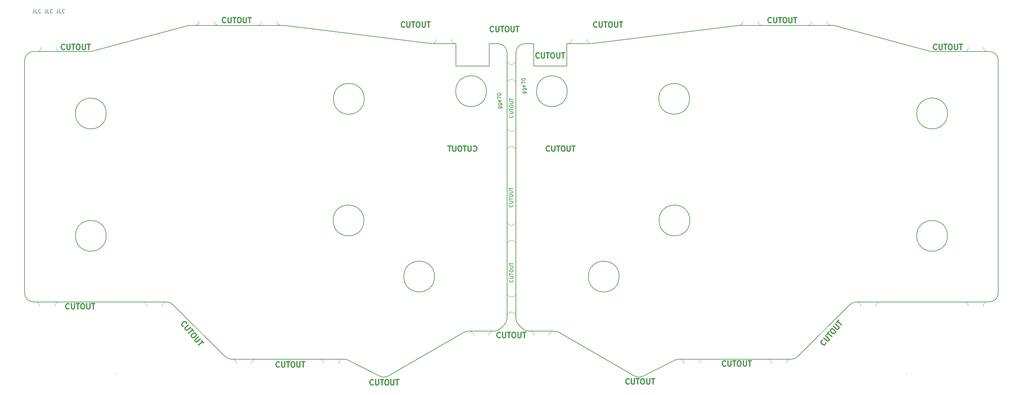
<source format=gbr>
G04 #@! TF.GenerationSoftware,KiCad,Pcbnew,(5.99.0-8557-g8988e46ab1)*
G04 #@! TF.CreationDate,2021-02-20T09:12:51-07:00*
G04 #@! TF.ProjectId,BlueSof_R3_Panel,426c7565-536f-4665-9f52-335f50616e65,rev?*
G04 #@! TF.SameCoordinates,PX85099e0PY51bada0*
G04 #@! TF.FileFunction,Other,Comment*
%FSLAX46Y46*%
G04 Gerber Fmt 4.6, Leading zero omitted, Abs format (unit mm)*
G04 Created by KiCad (PCBNEW (5.99.0-8557-g8988e46ab1)) date 2021-02-20 09:12:51*
%MOMM*%
%LPD*%
G01*
G04 APERTURE LIST*
%ADD10C,0.150000*%
%ADD11C,0.100000*%
%ADD12C,0.300000*%
%ADD13C,0.200000*%
%ADD14C,0.120000*%
G04 APERTURE END LIST*
D10*
X-83366352Y-33375551D02*
G75*
G03*
X-85128672Y-32648749I-1762320J-1773198D01*
G01*
X16176681Y-40825990D02*
G75*
G02*
X14481308Y-40163301I0J2500000D01*
G01*
X147353082Y-30148749D02*
G75*
G02*
X144853082Y-32648749I-2500000J0D01*
G01*
X-52188028Y44632579D02*
G75*
G03*
X-52493003Y44651251I-304975J-2481328D01*
G01*
D11*
X-99217443Y-52626198D02*
X-99068323Y-52636198D01*
D10*
X17528082Y39551251D02*
X15038606Y39551251D01*
X145264079Y37317236D02*
X128853082Y37351251D01*
X10038606Y37051251D02*
G75*
G03*
X7538606Y39551251I-2500000J0D01*
G01*
X101053077Y44651251D02*
X75070215Y44651252D01*
X91307376Y-47921946D02*
X105943564Y-33375551D01*
X58060128Y-48648748D02*
X89545057Y-48648748D01*
X6400532Y-40825990D02*
X-764654Y-40825990D01*
X-10692402Y39551251D02*
X-4200870Y39551251D01*
X-52188028Y44632580D02*
X-10997377Y39569922D01*
X24591866Y-41160926D02*
X45657393Y-53323113D01*
X-124775870Y-30148749D02*
G75*
G03*
X-122275870Y-32648749I2500000J0D01*
G01*
X147353082Y-30148749D02*
X147353082Y34851251D01*
X128558908Y37380380D02*
G75*
G03*
X128853082Y37351251I294174J1470871D01*
G01*
X17528082Y33251251D02*
X17528082Y39551251D01*
X-4200870Y33251251D02*
X5049130Y33251251D01*
X145264079Y37317236D02*
G75*
G02*
X147353082Y34851251I-410997J-2465985D01*
G01*
X13343233Y-39113146D02*
X14481308Y-40163300D01*
X91307376Y-47921946D02*
G75*
G02*
X89545057Y-48648748I-1762319J1773198D01*
G01*
X-124775870Y-30148749D02*
X-124775870Y34851251D01*
X-35482916Y-48648748D02*
X-66967845Y-48648748D01*
X-68730164Y-47921946D02*
X-83366352Y-33375551D01*
X12538606Y-37275836D02*
X12538606Y37051251D01*
X-122686867Y37317236D02*
X-106186867Y37317236D01*
X128558908Y37380380D02*
X101464075Y44617235D01*
X-25452845Y-53391797D02*
X-34360251Y-48915001D01*
X26778082Y33251251D02*
X17528082Y33251251D01*
X12538606Y37051251D02*
G75*
G02*
X15038606Y39551251I2500000J0D01*
G01*
X-78475866Y44651251D02*
G75*
G03*
X-78886863Y44617236I0J-2500000D01*
G01*
D11*
X121794655Y-52626198D02*
X121645535Y-52636198D01*
D10*
X48030057Y-53391797D02*
X56937463Y-48915001D01*
X9233979Y-39113147D02*
G75*
G03*
X10038606Y-37275836I-1695373J1837311D01*
G01*
X16176680Y-40825990D02*
X23341866Y-40825990D01*
X-2014654Y-41160926D02*
X-23080181Y-53323113D01*
X74765240Y44632580D02*
X33574589Y39569922D01*
X9233979Y-39113146D02*
X8095904Y-40163300D01*
X-4200870Y39551251D02*
X-4200870Y33251251D01*
X13343233Y-39113147D02*
G75*
G02*
X12538606Y-37275836I1695373J1837311D01*
G01*
X5049130Y39551251D02*
X7538606Y39551251D01*
X10038606Y-37275836D02*
X10038606Y37051251D01*
X5049130Y33251251D02*
X5049130Y39551251D01*
X-764654Y-40825990D02*
G75*
G03*
X-2014654Y-41160926I-1J-2500000D01*
G01*
X-105543747Y37495370D02*
G75*
G02*
X-106186867Y37317236I-643120J1071867D01*
G01*
X-25452845Y-53391797D02*
G75*
G03*
X-23080181Y-53323113I1122664J2233747D01*
G01*
X-122686867Y37317236D02*
G75*
G03*
X-124775870Y34851251I410997J-2465985D01*
G01*
X26778082Y39551251D02*
X26778082Y33251251D01*
X101053078Y44651251D02*
G75*
G02*
X101464075Y44617236I0J-2500000D01*
G01*
X33269614Y39551251D02*
X26778082Y39551251D01*
X56937463Y-48915002D02*
G75*
G02*
X58060128Y-48648748I1122665J-2233747D01*
G01*
X-68730164Y-47921946D02*
G75*
G03*
X-66967845Y-48648748I1762319J1773198D01*
G01*
X-34360251Y-48915002D02*
G75*
G03*
X-35482916Y-48648748I-1122665J-2233747D01*
G01*
X23341866Y-40825990D02*
G75*
G02*
X24591866Y-41160926I1J-2500000D01*
G01*
X-78475865Y44651251D02*
X-52493003Y44651252D01*
X6400531Y-40825990D02*
G75*
G03*
X8095904Y-40163301I0J2500000D01*
G01*
X-105543747Y37495370D02*
X-78886863Y44617236D01*
X105943564Y-33375551D02*
G75*
G02*
X107705884Y-32648749I1762320J-1773198D01*
G01*
X-85128672Y-32648749D02*
X-122275870Y-32648749D01*
X107705884Y-32648749D02*
X144853082Y-32648749D01*
X74765240Y44632579D02*
G75*
G02*
X75070215Y44651251I304975J-2481328D01*
G01*
X48030057Y-53391797D02*
G75*
G02*
X45657393Y-53323113I-1122664J2233747D01*
G01*
D12*
X99159061Y-44119842D02*
X99167865Y-44220473D01*
X99084842Y-44430539D01*
X98993015Y-44539974D01*
X98800558Y-44658213D01*
X98599296Y-44675821D01*
X98443948Y-44638711D01*
X98179164Y-44509775D01*
X98015012Y-44372035D01*
X97842056Y-44133664D01*
X97778534Y-43987120D01*
X97760926Y-43785858D01*
X97843949Y-43575792D01*
X97935776Y-43466357D01*
X98128233Y-43348118D01*
X98228864Y-43339314D01*
X98532650Y-42755030D02*
X99462847Y-43535558D01*
X99618195Y-43572667D01*
X99718826Y-43563863D01*
X99865370Y-43500342D01*
X100049024Y-43281472D01*
X100086133Y-43126124D01*
X100077329Y-43025493D01*
X100013807Y-42878949D01*
X99083611Y-42098421D01*
X99405004Y-41715399D02*
X99955965Y-41058789D01*
X100829551Y-42351275D02*
X99680485Y-41387094D01*
X100461013Y-40456897D02*
X100644666Y-40238027D01*
X100791210Y-40174506D01*
X100992472Y-40156898D01*
X101257255Y-40285834D01*
X101640278Y-40607227D01*
X101813234Y-40845599D01*
X101830842Y-41046860D01*
X101793733Y-41202209D01*
X101610079Y-41421078D01*
X101463535Y-41484600D01*
X101262273Y-41502208D01*
X100997490Y-41373272D01*
X100614468Y-41051878D01*
X100441511Y-40813507D01*
X100423903Y-40612245D01*
X100461013Y-40456897D01*
X101287454Y-39471983D02*
X102217651Y-40252511D01*
X102372999Y-40289620D01*
X102473630Y-40280816D01*
X102620174Y-40217294D01*
X102803828Y-39998424D01*
X102840937Y-39843076D01*
X102832133Y-39742445D01*
X102768611Y-39595901D01*
X101838415Y-38815373D01*
X102159808Y-38432351D02*
X102710769Y-37775741D01*
X103584356Y-39068228D02*
X102435289Y-38104046D01*
X35164285Y44264286D02*
X35092857Y44192858D01*
X34878571Y44121429D01*
X34735714Y44121429D01*
X34521428Y44192858D01*
X34378571Y44335715D01*
X34307142Y44478572D01*
X34235714Y44764286D01*
X34235714Y44978572D01*
X34307142Y45264286D01*
X34378571Y45407143D01*
X34521428Y45550000D01*
X34735714Y45621429D01*
X34878571Y45621429D01*
X35092857Y45550000D01*
X35164285Y45478572D01*
X35807142Y45621429D02*
X35807142Y44407143D01*
X35878571Y44264286D01*
X35950000Y44192858D01*
X36092857Y44121429D01*
X36378571Y44121429D01*
X36521428Y44192858D01*
X36592857Y44264286D01*
X36664285Y44407143D01*
X36664285Y45621429D01*
X37164285Y45621429D02*
X38021428Y45621429D01*
X37592857Y44121429D02*
X37592857Y45621429D01*
X38807142Y45621429D02*
X39092857Y45621429D01*
X39235714Y45550000D01*
X39378571Y45407143D01*
X39450000Y45121429D01*
X39450000Y44621429D01*
X39378571Y44335715D01*
X39235714Y44192858D01*
X39092857Y44121429D01*
X38807142Y44121429D01*
X38664285Y44192858D01*
X38521428Y44335715D01*
X38450000Y44621429D01*
X38450000Y45121429D01*
X38521428Y45407143D01*
X38664285Y45550000D01*
X38807142Y45621429D01*
X40092857Y45621429D02*
X40092857Y44407143D01*
X40164285Y44264286D01*
X40235714Y44192858D01*
X40378571Y44121429D01*
X40664285Y44121429D01*
X40807142Y44192858D01*
X40878571Y44264286D01*
X40950000Y44407143D01*
X40950000Y45621429D01*
X41450000Y45621429D02*
X42307142Y45621429D01*
X41878571Y44121429D02*
X41878571Y45621429D01*
X659844Y9615537D02*
X731272Y9544109D01*
X945558Y9472680D01*
X1088415Y9472680D01*
X1302701Y9544109D01*
X1445558Y9686966D01*
X1516987Y9829823D01*
X1588415Y10115537D01*
X1588415Y10329823D01*
X1516987Y10615537D01*
X1445558Y10758394D01*
X1302701Y10901251D01*
X1088415Y10972680D01*
X945558Y10972680D01*
X731272Y10901251D01*
X659844Y10829823D01*
X16987Y10972680D02*
X16987Y9758394D01*
X-54442Y9615537D01*
X-125870Y9544109D01*
X-268728Y9472680D01*
X-554442Y9472680D01*
X-697299Y9544109D01*
X-768728Y9615537D01*
X-840156Y9758394D01*
X-840156Y10972680D01*
X-1340156Y10972680D02*
X-2197299Y10972680D01*
X-1768728Y9472680D02*
X-1768728Y10972680D01*
X-2983013Y10972680D02*
X-3268728Y10972680D01*
X-3411585Y10901251D01*
X-3554442Y10758394D01*
X-3625870Y10472680D01*
X-3625870Y9972680D01*
X-3554442Y9686966D01*
X-3411585Y9544109D01*
X-3268728Y9472680D01*
X-2983013Y9472680D01*
X-2840156Y9544109D01*
X-2697299Y9686966D01*
X-2625870Y9972680D01*
X-2625870Y10472680D01*
X-2697299Y10758394D01*
X-2840156Y10901251D01*
X-2983013Y10972680D01*
X-4268728Y10972680D02*
X-4268728Y9758394D01*
X-4340156Y9615537D01*
X-4411585Y9544109D01*
X-4554442Y9472680D01*
X-4840156Y9472680D01*
X-4983013Y9544109D01*
X-5054442Y9615537D01*
X-5125870Y9758394D01*
X-5125870Y10972680D01*
X-5625870Y10972680D02*
X-6483013Y10972680D01*
X-6054442Y9472680D02*
X-6054442Y10972680D01*
X71164285Y-50485714D02*
X71092857Y-50557142D01*
X70878571Y-50628571D01*
X70735714Y-50628571D01*
X70521428Y-50557142D01*
X70378571Y-50414285D01*
X70307142Y-50271428D01*
X70235714Y-49985714D01*
X70235714Y-49771428D01*
X70307142Y-49485714D01*
X70378571Y-49342857D01*
X70521428Y-49200000D01*
X70735714Y-49128571D01*
X70878571Y-49128571D01*
X71092857Y-49200000D01*
X71164285Y-49271428D01*
X71807142Y-49128571D02*
X71807142Y-50342857D01*
X71878571Y-50485714D01*
X71950000Y-50557142D01*
X72092857Y-50628571D01*
X72378571Y-50628571D01*
X72521428Y-50557142D01*
X72592857Y-50485714D01*
X72664285Y-50342857D01*
X72664285Y-49128571D01*
X73164285Y-49128571D02*
X74021428Y-49128571D01*
X73592857Y-50628571D02*
X73592857Y-49128571D01*
X74807142Y-49128571D02*
X75092857Y-49128571D01*
X75235714Y-49200000D01*
X75378571Y-49342857D01*
X75450000Y-49628571D01*
X75450000Y-50128571D01*
X75378571Y-50414285D01*
X75235714Y-50557142D01*
X75092857Y-50628571D01*
X74807142Y-50628571D01*
X74664285Y-50557142D01*
X74521428Y-50414285D01*
X74450000Y-50128571D01*
X74450000Y-49628571D01*
X74521428Y-49342857D01*
X74664285Y-49200000D01*
X74807142Y-49128571D01*
X76092857Y-49128571D02*
X76092857Y-50342857D01*
X76164285Y-50485714D01*
X76235714Y-50557142D01*
X76378571Y-50628571D01*
X76664285Y-50628571D01*
X76807142Y-50557142D01*
X76878571Y-50485714D01*
X76950000Y-50342857D01*
X76950000Y-49128571D01*
X77450000Y-49128571D02*
X78307142Y-49128571D01*
X77878571Y-50628571D02*
X77878571Y-49128571D01*
X8164285Y-42485714D02*
X8092857Y-42557142D01*
X7878571Y-42628571D01*
X7735714Y-42628571D01*
X7521428Y-42557142D01*
X7378571Y-42414285D01*
X7307142Y-42271428D01*
X7235714Y-41985714D01*
X7235714Y-41771428D01*
X7307142Y-41485714D01*
X7378571Y-41342857D01*
X7521428Y-41200000D01*
X7735714Y-41128571D01*
X7878571Y-41128571D01*
X8092857Y-41200000D01*
X8164285Y-41271428D01*
X8807142Y-41128571D02*
X8807142Y-42342857D01*
X8878571Y-42485714D01*
X8950000Y-42557142D01*
X9092857Y-42628571D01*
X9378571Y-42628571D01*
X9521428Y-42557142D01*
X9592857Y-42485714D01*
X9664285Y-42342857D01*
X9664285Y-41128571D01*
X10164285Y-41128571D02*
X11021428Y-41128571D01*
X10592857Y-42628571D02*
X10592857Y-41128571D01*
X11807142Y-41128571D02*
X12092857Y-41128571D01*
X12235714Y-41200000D01*
X12378571Y-41342857D01*
X12450000Y-41628571D01*
X12450000Y-42128571D01*
X12378571Y-42414285D01*
X12235714Y-42557142D01*
X12092857Y-42628571D01*
X11807142Y-42628571D01*
X11664285Y-42557142D01*
X11521428Y-42414285D01*
X11450000Y-42128571D01*
X11450000Y-41628571D01*
X11521428Y-41342857D01*
X11664285Y-41200000D01*
X11807142Y-41128571D01*
X13092857Y-41128571D02*
X13092857Y-42342857D01*
X13164285Y-42485714D01*
X13235714Y-42557142D01*
X13378571Y-42628571D01*
X13664285Y-42628571D01*
X13807142Y-42557142D01*
X13878571Y-42485714D01*
X13950000Y-42342857D01*
X13950000Y-41128571D01*
X14450000Y-41128571D02*
X15307142Y-41128571D01*
X14878571Y-42628571D02*
X14878571Y-41128571D01*
X19017367Y35665537D02*
X18945939Y35594109D01*
X18731653Y35522680D01*
X18588796Y35522680D01*
X18374510Y35594109D01*
X18231653Y35736966D01*
X18160224Y35879823D01*
X18088796Y36165537D01*
X18088796Y36379823D01*
X18160224Y36665537D01*
X18231653Y36808394D01*
X18374510Y36951251D01*
X18588796Y37022680D01*
X18731653Y37022680D01*
X18945939Y36951251D01*
X19017367Y36879823D01*
X19660224Y37022680D02*
X19660224Y35808394D01*
X19731653Y35665537D01*
X19803082Y35594109D01*
X19945939Y35522680D01*
X20231653Y35522680D01*
X20374510Y35594109D01*
X20445939Y35665537D01*
X20517367Y35808394D01*
X20517367Y37022680D01*
X21017367Y37022680D02*
X21874510Y37022680D01*
X21445939Y35522680D02*
X21445939Y37022680D01*
X22660224Y37022680D02*
X22945939Y37022680D01*
X23088796Y36951251D01*
X23231653Y36808394D01*
X23303082Y36522680D01*
X23303082Y36022680D01*
X23231653Y35736966D01*
X23088796Y35594109D01*
X22945939Y35522680D01*
X22660224Y35522680D01*
X22517367Y35594109D01*
X22374510Y35736966D01*
X22303082Y36022680D01*
X22303082Y36522680D01*
X22374510Y36808394D01*
X22517367Y36951251D01*
X22660224Y37022680D01*
X23945939Y37022680D02*
X23945939Y35808394D01*
X24017367Y35665537D01*
X24088796Y35594109D01*
X24231653Y35522680D01*
X24517367Y35522680D01*
X24660224Y35594109D01*
X24731653Y35665537D01*
X24803082Y35808394D01*
X24803082Y37022680D01*
X25303082Y37022680D02*
X26160224Y37022680D01*
X25731653Y35522680D02*
X25731653Y37022680D01*
D13*
X11557142Y-5473809D02*
X11604761Y-5521428D01*
X11652380Y-5664285D01*
X11652380Y-5759523D01*
X11604761Y-5902380D01*
X11509523Y-5997619D01*
X11414285Y-6045238D01*
X11223809Y-6092857D01*
X11080952Y-6092857D01*
X10890476Y-6045238D01*
X10795238Y-5997619D01*
X10700000Y-5902380D01*
X10652380Y-5759523D01*
X10652380Y-5664285D01*
X10700000Y-5521428D01*
X10747619Y-5473809D01*
X10652380Y-5045238D02*
X11461904Y-5045238D01*
X11557142Y-4997619D01*
X11604761Y-4950000D01*
X11652380Y-4854761D01*
X11652380Y-4664285D01*
X11604761Y-4569047D01*
X11557142Y-4521428D01*
X11461904Y-4473809D01*
X10652380Y-4473809D01*
X10652380Y-4140476D02*
X10652380Y-3569047D01*
X11652380Y-3854761D02*
X10652380Y-3854761D01*
X10652380Y-3045238D02*
X10652380Y-2854761D01*
X10700000Y-2759523D01*
X10795238Y-2664285D01*
X10985714Y-2616666D01*
X11319047Y-2616666D01*
X11509523Y-2664285D01*
X11604761Y-2759523D01*
X11652380Y-2854761D01*
X11652380Y-3045238D01*
X11604761Y-3140476D01*
X11509523Y-3235714D01*
X11319047Y-3283333D01*
X10985714Y-3283333D01*
X10795238Y-3235714D01*
X10700000Y-3140476D01*
X10652380Y-3045238D01*
X10652380Y-2188095D02*
X11461904Y-2188095D01*
X11557142Y-2140476D01*
X11604761Y-2092857D01*
X11652380Y-1997619D01*
X11652380Y-1807142D01*
X11604761Y-1711904D01*
X11557142Y-1664285D01*
X11461904Y-1616666D01*
X10652380Y-1616666D01*
X10652380Y-1283333D02*
X10652380Y-711904D01*
X11652380Y-997619D02*
X10652380Y-997619D01*
D12*
X44164285Y-55485714D02*
X44092857Y-55557142D01*
X43878571Y-55628571D01*
X43735714Y-55628571D01*
X43521428Y-55557142D01*
X43378571Y-55414285D01*
X43307142Y-55271428D01*
X43235714Y-54985714D01*
X43235714Y-54771428D01*
X43307142Y-54485714D01*
X43378571Y-54342857D01*
X43521428Y-54200000D01*
X43735714Y-54128571D01*
X43878571Y-54128571D01*
X44092857Y-54200000D01*
X44164285Y-54271428D01*
X44807142Y-54128571D02*
X44807142Y-55342857D01*
X44878571Y-55485714D01*
X44950000Y-55557142D01*
X45092857Y-55628571D01*
X45378571Y-55628571D01*
X45521428Y-55557142D01*
X45592857Y-55485714D01*
X45664285Y-55342857D01*
X45664285Y-54128571D01*
X46164285Y-54128571D02*
X47021428Y-54128571D01*
X46592857Y-55628571D02*
X46592857Y-54128571D01*
X47807142Y-54128571D02*
X48092857Y-54128571D01*
X48235714Y-54200000D01*
X48378571Y-54342857D01*
X48450000Y-54628571D01*
X48450000Y-55128571D01*
X48378571Y-55414285D01*
X48235714Y-55557142D01*
X48092857Y-55628571D01*
X47807142Y-55628571D01*
X47664285Y-55557142D01*
X47521428Y-55414285D01*
X47450000Y-55128571D01*
X47450000Y-54628571D01*
X47521428Y-54342857D01*
X47664285Y-54200000D01*
X47807142Y-54128571D01*
X49092857Y-54128571D02*
X49092857Y-55342857D01*
X49164285Y-55485714D01*
X49235714Y-55557142D01*
X49378571Y-55628571D01*
X49664285Y-55628571D01*
X49807142Y-55557142D01*
X49878571Y-55485714D01*
X49950000Y-55342857D01*
X49950000Y-54128571D01*
X50450000Y-54128571D02*
X51307142Y-54128571D01*
X50878571Y-55628571D02*
X50878571Y-54128571D01*
X-113585715Y38014286D02*
X-113657143Y37942858D01*
X-113871429Y37871429D01*
X-114014286Y37871429D01*
X-114228572Y37942858D01*
X-114371429Y38085715D01*
X-114442858Y38228572D01*
X-114514286Y38514286D01*
X-114514286Y38728572D01*
X-114442858Y39014286D01*
X-114371429Y39157143D01*
X-114228572Y39300000D01*
X-114014286Y39371429D01*
X-113871429Y39371429D01*
X-113657143Y39300000D01*
X-113585715Y39228572D01*
X-112942858Y39371429D02*
X-112942858Y38157143D01*
X-112871429Y38014286D01*
X-112800000Y37942858D01*
X-112657143Y37871429D01*
X-112371429Y37871429D01*
X-112228572Y37942858D01*
X-112157143Y38014286D01*
X-112085715Y38157143D01*
X-112085715Y39371429D01*
X-111585715Y39371429D02*
X-110728572Y39371429D01*
X-111157143Y37871429D02*
X-111157143Y39371429D01*
X-109942858Y39371429D02*
X-109657143Y39371429D01*
X-109514286Y39300000D01*
X-109371429Y39157143D01*
X-109300000Y38871429D01*
X-109300000Y38371429D01*
X-109371429Y38085715D01*
X-109514286Y37942858D01*
X-109657143Y37871429D01*
X-109942858Y37871429D01*
X-110085715Y37942858D01*
X-110228572Y38085715D01*
X-110300000Y38371429D01*
X-110300000Y38871429D01*
X-110228572Y39157143D01*
X-110085715Y39300000D01*
X-109942858Y39371429D01*
X-108657143Y39371429D02*
X-108657143Y38157143D01*
X-108585715Y38014286D01*
X-108514286Y37942858D01*
X-108371429Y37871429D01*
X-108085715Y37871429D01*
X-107942858Y37942858D01*
X-107871429Y38014286D01*
X-107800000Y38157143D01*
X-107800000Y39371429D01*
X-107300000Y39371429D02*
X-106442858Y39371429D01*
X-106871429Y37871429D02*
X-106871429Y39371429D01*
D13*
X11662984Y19526191D02*
X11710603Y19478572D01*
X11758222Y19335715D01*
X11758222Y19240477D01*
X11710603Y19097620D01*
X11615365Y19002381D01*
X11520127Y18954762D01*
X11329651Y18907143D01*
X11186794Y18907143D01*
X10996318Y18954762D01*
X10901080Y19002381D01*
X10805842Y19097620D01*
X10758222Y19240477D01*
X10758222Y19335715D01*
X10805842Y19478572D01*
X10853461Y19526191D01*
X10758222Y19954762D02*
X11567746Y19954762D01*
X11662984Y20002381D01*
X11710603Y20050000D01*
X11758222Y20145239D01*
X11758222Y20335715D01*
X11710603Y20430953D01*
X11662984Y20478572D01*
X11567746Y20526191D01*
X10758222Y20526191D01*
X10758222Y20859524D02*
X10758222Y21430953D01*
X11758222Y21145239D02*
X10758222Y21145239D01*
X10758222Y21954762D02*
X10758222Y22145239D01*
X10805842Y22240477D01*
X10901080Y22335715D01*
X11091556Y22383334D01*
X11424889Y22383334D01*
X11615365Y22335715D01*
X11710603Y22240477D01*
X11758222Y22145239D01*
X11758222Y21954762D01*
X11710603Y21859524D01*
X11615365Y21764286D01*
X11424889Y21716667D01*
X11091556Y21716667D01*
X10901080Y21764286D01*
X10805842Y21859524D01*
X10758222Y21954762D01*
X10758222Y22811905D02*
X11567746Y22811905D01*
X11662984Y22859524D01*
X11710603Y22907143D01*
X11758222Y23002381D01*
X11758222Y23192858D01*
X11710603Y23288096D01*
X11662984Y23335715D01*
X11567746Y23383334D01*
X10758222Y23383334D01*
X10758222Y23716667D02*
X10758222Y24288096D01*
X11758222Y24002381D02*
X10758222Y24002381D01*
X11662984Y-26473809D02*
X11710603Y-26521428D01*
X11758222Y-26664285D01*
X11758222Y-26759523D01*
X11710603Y-26902380D01*
X11615365Y-26997619D01*
X11520127Y-27045238D01*
X11329651Y-27092857D01*
X11186794Y-27092857D01*
X10996318Y-27045238D01*
X10901080Y-26997619D01*
X10805842Y-26902380D01*
X10758222Y-26759523D01*
X10758222Y-26664285D01*
X10805842Y-26521428D01*
X10853461Y-26473809D01*
X10758222Y-26045238D02*
X11567746Y-26045238D01*
X11662984Y-25997619D01*
X11710603Y-25950000D01*
X11758222Y-25854761D01*
X11758222Y-25664285D01*
X11710603Y-25569047D01*
X11662984Y-25521428D01*
X11567746Y-25473809D01*
X10758222Y-25473809D01*
X10758222Y-25140476D02*
X10758222Y-24569047D01*
X11758222Y-24854761D02*
X10758222Y-24854761D01*
X10758222Y-24045238D02*
X10758222Y-23854761D01*
X10805842Y-23759523D01*
X10901080Y-23664285D01*
X11091556Y-23616666D01*
X11424889Y-23616666D01*
X11615365Y-23664285D01*
X11710603Y-23759523D01*
X11758222Y-23854761D01*
X11758222Y-24045238D01*
X11710603Y-24140476D01*
X11615365Y-24235714D01*
X11424889Y-24283333D01*
X11091556Y-24283333D01*
X10901080Y-24235714D01*
X10805842Y-24140476D01*
X10758222Y-24045238D01*
X10758222Y-23188095D02*
X11567746Y-23188095D01*
X11662984Y-23140476D01*
X11710603Y-23092857D01*
X11758222Y-22997619D01*
X11758222Y-22807142D01*
X11710603Y-22711904D01*
X11662984Y-22664285D01*
X11567746Y-22616666D01*
X10758222Y-22616666D01*
X10758222Y-22283333D02*
X10758222Y-21711904D01*
X11758222Y-21997619D02*
X10758222Y-21997619D01*
D12*
X-80411701Y-39468858D02*
X-80512332Y-39460054D01*
X-80704790Y-39341815D01*
X-80796616Y-39232380D01*
X-80879639Y-39022314D01*
X-80862031Y-38821052D01*
X-80798509Y-38674508D01*
X-80625553Y-38436137D01*
X-80461401Y-38298397D01*
X-80196617Y-38169461D01*
X-80041269Y-38132351D01*
X-79840007Y-38149960D01*
X-79647550Y-38268199D01*
X-79555723Y-38377633D01*
X-79472700Y-38587699D01*
X-79481504Y-38688330D01*
X-78958849Y-39088960D02*
X-79889045Y-39869488D01*
X-79952567Y-40016033D01*
X-79961371Y-40116663D01*
X-79924262Y-40272012D01*
X-79740608Y-40490882D01*
X-79594064Y-40554403D01*
X-79493433Y-40563207D01*
X-79338085Y-40526098D01*
X-78407888Y-39745570D01*
X-78086494Y-40128592D02*
X-77535533Y-40785202D01*
X-78960080Y-41421078D02*
X-77811014Y-40456897D01*
X-77030486Y-41387094D02*
X-76846832Y-41605964D01*
X-76809723Y-41761312D01*
X-76827331Y-41962574D01*
X-77000287Y-42200945D01*
X-77383310Y-42522339D01*
X-77648093Y-42651275D01*
X-77849355Y-42633667D01*
X-77995899Y-42570145D01*
X-78179552Y-42351275D01*
X-78216662Y-42195927D01*
X-78199054Y-41994665D01*
X-78026097Y-41756294D01*
X-77643075Y-41434900D01*
X-77378292Y-41305964D01*
X-77177030Y-41323572D01*
X-77030486Y-41387094D01*
X-76204045Y-42372008D02*
X-77134241Y-43152536D01*
X-77197763Y-43299080D01*
X-77206567Y-43399711D01*
X-77169458Y-43555059D01*
X-76985804Y-43773929D01*
X-76839260Y-43837451D01*
X-76738629Y-43846255D01*
X-76583281Y-43809145D01*
X-75653084Y-43028618D01*
X-75331690Y-43411640D02*
X-74780729Y-44068249D01*
X-76205276Y-44704126D02*
X-75056210Y-43739945D01*
X130164285Y38014286D02*
X130092857Y37942858D01*
X129878571Y37871429D01*
X129735714Y37871429D01*
X129521428Y37942858D01*
X129378571Y38085715D01*
X129307142Y38228572D01*
X129235714Y38514286D01*
X129235714Y38728572D01*
X129307142Y39014286D01*
X129378571Y39157143D01*
X129521428Y39300000D01*
X129735714Y39371429D01*
X129878571Y39371429D01*
X130092857Y39300000D01*
X130164285Y39228572D01*
X130807142Y39371429D02*
X130807142Y38157143D01*
X130878571Y38014286D01*
X130950000Y37942858D01*
X131092857Y37871429D01*
X131378571Y37871429D01*
X131521428Y37942858D01*
X131592857Y38014286D01*
X131664285Y38157143D01*
X131664285Y39371429D01*
X132164285Y39371429D02*
X133021428Y39371429D01*
X132592857Y37871429D02*
X132592857Y39371429D01*
X133807142Y39371429D02*
X134092857Y39371429D01*
X134235714Y39300000D01*
X134378571Y39157143D01*
X134450000Y38871429D01*
X134450000Y38371429D01*
X134378571Y38085715D01*
X134235714Y37942858D01*
X134092857Y37871429D01*
X133807142Y37871429D01*
X133664285Y37942858D01*
X133521428Y38085715D01*
X133450000Y38371429D01*
X133450000Y38871429D01*
X133521428Y39157143D01*
X133664285Y39300000D01*
X133807142Y39371429D01*
X135092857Y39371429D02*
X135092857Y38157143D01*
X135164285Y38014286D01*
X135235714Y37942858D01*
X135378571Y37871429D01*
X135664285Y37871429D01*
X135807142Y37942858D01*
X135878571Y38014286D01*
X135950000Y38157143D01*
X135950000Y39371429D01*
X136450000Y39371429D02*
X137307142Y39371429D01*
X136878571Y37871429D02*
X136878571Y39371429D01*
X-18585715Y44264286D02*
X-18657143Y44192858D01*
X-18871429Y44121429D01*
X-19014286Y44121429D01*
X-19228572Y44192858D01*
X-19371429Y44335715D01*
X-19442858Y44478572D01*
X-19514286Y44764286D01*
X-19514286Y44978572D01*
X-19442858Y45264286D01*
X-19371429Y45407143D01*
X-19228572Y45550000D01*
X-19014286Y45621429D01*
X-18871429Y45621429D01*
X-18657143Y45550000D01*
X-18585715Y45478572D01*
X-17942858Y45621429D02*
X-17942858Y44407143D01*
X-17871429Y44264286D01*
X-17800000Y44192858D01*
X-17657143Y44121429D01*
X-17371429Y44121429D01*
X-17228572Y44192858D01*
X-17157143Y44264286D01*
X-17085715Y44407143D01*
X-17085715Y45621429D01*
X-16585715Y45621429D02*
X-15728572Y45621429D01*
X-16157143Y44121429D02*
X-16157143Y45621429D01*
X-14942858Y45621429D02*
X-14657143Y45621429D01*
X-14514286Y45550000D01*
X-14371429Y45407143D01*
X-14300000Y45121429D01*
X-14300000Y44621429D01*
X-14371429Y44335715D01*
X-14514286Y44192858D01*
X-14657143Y44121429D01*
X-14942858Y44121429D01*
X-15085715Y44192858D01*
X-15228572Y44335715D01*
X-15300000Y44621429D01*
X-15300000Y45121429D01*
X-15228572Y45407143D01*
X-15085715Y45550000D01*
X-14942858Y45621429D01*
X-13657143Y45621429D02*
X-13657143Y44407143D01*
X-13585715Y44264286D01*
X-13514286Y44192858D01*
X-13371429Y44121429D01*
X-13085715Y44121429D01*
X-12942858Y44192858D01*
X-12871429Y44264286D01*
X-12800000Y44407143D01*
X-12800000Y45621429D01*
X-12300000Y45621429D02*
X-11442858Y45621429D01*
X-11871429Y44121429D02*
X-11871429Y45621429D01*
X-27335715Y-55735714D02*
X-27407143Y-55807142D01*
X-27621429Y-55878571D01*
X-27764286Y-55878571D01*
X-27978572Y-55807142D01*
X-28121429Y-55664285D01*
X-28192858Y-55521428D01*
X-28264286Y-55235714D01*
X-28264286Y-55021428D01*
X-28192858Y-54735714D01*
X-28121429Y-54592857D01*
X-27978572Y-54450000D01*
X-27764286Y-54378571D01*
X-27621429Y-54378571D01*
X-27407143Y-54450000D01*
X-27335715Y-54521428D01*
X-26692858Y-54378571D02*
X-26692858Y-55592857D01*
X-26621429Y-55735714D01*
X-26550000Y-55807142D01*
X-26407143Y-55878571D01*
X-26121429Y-55878571D01*
X-25978572Y-55807142D01*
X-25907143Y-55735714D01*
X-25835715Y-55592857D01*
X-25835715Y-54378571D01*
X-25335715Y-54378571D02*
X-24478572Y-54378571D01*
X-24907143Y-55878571D02*
X-24907143Y-54378571D01*
X-23692858Y-54378571D02*
X-23407143Y-54378571D01*
X-23264286Y-54450000D01*
X-23121429Y-54592857D01*
X-23050000Y-54878571D01*
X-23050000Y-55378571D01*
X-23121429Y-55664285D01*
X-23264286Y-55807142D01*
X-23407143Y-55878571D01*
X-23692858Y-55878571D01*
X-23835715Y-55807142D01*
X-23978572Y-55664285D01*
X-24050000Y-55378571D01*
X-24050000Y-54878571D01*
X-23978572Y-54592857D01*
X-23835715Y-54450000D01*
X-23692858Y-54378571D01*
X-22407143Y-54378571D02*
X-22407143Y-55592857D01*
X-22335715Y-55735714D01*
X-22264286Y-55807142D01*
X-22121429Y-55878571D01*
X-21835715Y-55878571D01*
X-21692858Y-55807142D01*
X-21621429Y-55735714D01*
X-21550000Y-55592857D01*
X-21550000Y-54378571D01*
X-21050000Y-54378571D02*
X-20192858Y-54378571D01*
X-20621429Y-55878571D02*
X-20621429Y-54378571D01*
D10*
X-122145239Y49097620D02*
X-122145239Y48383334D01*
X-122192858Y48240477D01*
X-122288096Y48145239D01*
X-122430953Y48097620D01*
X-122526191Y48097620D01*
X-121192858Y48097620D02*
X-121669048Y48097620D01*
X-121669048Y49097620D01*
X-120288096Y48192858D02*
X-120335715Y48145239D01*
X-120478572Y48097620D01*
X-120573810Y48097620D01*
X-120716667Y48145239D01*
X-120811905Y48240477D01*
X-120859524Y48335715D01*
X-120907143Y48526191D01*
X-120907143Y48669048D01*
X-120859524Y48859524D01*
X-120811905Y48954762D01*
X-120716667Y49050000D01*
X-120573810Y49097620D01*
X-120478572Y49097620D01*
X-120335715Y49050000D01*
X-120288096Y49002381D01*
X-118811905Y49097620D02*
X-118811905Y48383334D01*
X-118859524Y48240477D01*
X-118954762Y48145239D01*
X-119097620Y48097620D01*
X-119192858Y48097620D01*
X-117859524Y48097620D02*
X-118335715Y48097620D01*
X-118335715Y49097620D01*
X-116954762Y48192858D02*
X-117002381Y48145239D01*
X-117145239Y48097620D01*
X-117240477Y48097620D01*
X-117383334Y48145239D01*
X-117478572Y48240477D01*
X-117526191Y48335715D01*
X-117573810Y48526191D01*
X-117573810Y48669048D01*
X-117526191Y48859524D01*
X-117478572Y48954762D01*
X-117383334Y49050000D01*
X-117240477Y49097620D01*
X-117145239Y49097620D01*
X-117002381Y49050000D01*
X-116954762Y49002381D01*
X-115478572Y49097620D02*
X-115478572Y48383334D01*
X-115526191Y48240477D01*
X-115621429Y48145239D01*
X-115764286Y48097620D01*
X-115859524Y48097620D01*
X-114526191Y48097620D02*
X-115002381Y48097620D01*
X-115002381Y49097620D01*
X-113621429Y48192858D02*
X-113669048Y48145239D01*
X-113811905Y48097620D01*
X-113907143Y48097620D01*
X-114050000Y48145239D01*
X-114145239Y48240477D01*
X-114192858Y48335715D01*
X-114240477Y48526191D01*
X-114240477Y48669048D01*
X-114192858Y48859524D01*
X-114145239Y48954762D01*
X-114050000Y49050000D01*
X-113907143Y49097620D01*
X-113811905Y49097620D01*
X-113669048Y49050000D01*
X-113621429Y49002381D01*
D12*
X6270658Y43014286D02*
X6199230Y42942858D01*
X5984944Y42871429D01*
X5842087Y42871429D01*
X5627801Y42942858D01*
X5484944Y43085715D01*
X5413515Y43228572D01*
X5342087Y43514286D01*
X5342087Y43728572D01*
X5413515Y44014286D01*
X5484944Y44157143D01*
X5627801Y44300000D01*
X5842087Y44371429D01*
X5984944Y44371429D01*
X6199230Y44300000D01*
X6270658Y44228572D01*
X6913515Y44371429D02*
X6913515Y43157143D01*
X6984944Y43014286D01*
X7056373Y42942858D01*
X7199230Y42871429D01*
X7484944Y42871429D01*
X7627801Y42942858D01*
X7699230Y43014286D01*
X7770658Y43157143D01*
X7770658Y44371429D01*
X8270658Y44371429D02*
X9127801Y44371429D01*
X8699230Y42871429D02*
X8699230Y44371429D01*
X9913515Y44371429D02*
X10199230Y44371429D01*
X10342087Y44300000D01*
X10484944Y44157143D01*
X10556373Y43871429D01*
X10556373Y43371429D01*
X10484944Y43085715D01*
X10342087Y42942858D01*
X10199230Y42871429D01*
X9913515Y42871429D01*
X9770658Y42942858D01*
X9627801Y43085715D01*
X9556373Y43371429D01*
X9556373Y43871429D01*
X9627801Y44157143D01*
X9770658Y44300000D01*
X9913515Y44371429D01*
X11199230Y44371429D02*
X11199230Y43157143D01*
X11270658Y43014286D01*
X11342087Y42942858D01*
X11484944Y42871429D01*
X11770658Y42871429D01*
X11913515Y42942858D01*
X11984944Y43014286D01*
X12056373Y43157143D01*
X12056373Y44371429D01*
X12556373Y44371429D02*
X13413515Y44371429D01*
X12984944Y42871429D02*
X12984944Y44371429D01*
X83914285Y45514286D02*
X83842857Y45442858D01*
X83628571Y45371429D01*
X83485714Y45371429D01*
X83271428Y45442858D01*
X83128571Y45585715D01*
X83057142Y45728572D01*
X82985714Y46014286D01*
X82985714Y46228572D01*
X83057142Y46514286D01*
X83128571Y46657143D01*
X83271428Y46800000D01*
X83485714Y46871429D01*
X83628571Y46871429D01*
X83842857Y46800000D01*
X83914285Y46728572D01*
X84557142Y46871429D02*
X84557142Y45657143D01*
X84628571Y45514286D01*
X84700000Y45442858D01*
X84842857Y45371429D01*
X85128571Y45371429D01*
X85271428Y45442858D01*
X85342857Y45514286D01*
X85414285Y45657143D01*
X85414285Y46871429D01*
X85914285Y46871429D02*
X86771428Y46871429D01*
X86342857Y45371429D02*
X86342857Y46871429D01*
X87557142Y46871429D02*
X87842857Y46871429D01*
X87985714Y46800000D01*
X88128571Y46657143D01*
X88200000Y46371429D01*
X88200000Y45871429D01*
X88128571Y45585715D01*
X87985714Y45442858D01*
X87842857Y45371429D01*
X87557142Y45371429D01*
X87414285Y45442858D01*
X87271428Y45585715D01*
X87200000Y45871429D01*
X87200000Y46371429D01*
X87271428Y46657143D01*
X87414285Y46800000D01*
X87557142Y46871429D01*
X88842857Y46871429D02*
X88842857Y45657143D01*
X88914285Y45514286D01*
X88985714Y45442858D01*
X89128571Y45371429D01*
X89414285Y45371429D01*
X89557142Y45442858D01*
X89628571Y45514286D01*
X89700000Y45657143D01*
X89700000Y46871429D01*
X90200000Y46871429D02*
X91057142Y46871429D01*
X90628571Y45371429D02*
X90628571Y46871429D01*
X-68585715Y45514286D02*
X-68657143Y45442858D01*
X-68871429Y45371429D01*
X-69014286Y45371429D01*
X-69228572Y45442858D01*
X-69371429Y45585715D01*
X-69442858Y45728572D01*
X-69514286Y46014286D01*
X-69514286Y46228572D01*
X-69442858Y46514286D01*
X-69371429Y46657143D01*
X-69228572Y46800000D01*
X-69014286Y46871429D01*
X-68871429Y46871429D01*
X-68657143Y46800000D01*
X-68585715Y46728572D01*
X-67942858Y46871429D02*
X-67942858Y45657143D01*
X-67871429Y45514286D01*
X-67800000Y45442858D01*
X-67657143Y45371429D01*
X-67371429Y45371429D01*
X-67228572Y45442858D01*
X-67157143Y45514286D01*
X-67085715Y45657143D01*
X-67085715Y46871429D01*
X-66585715Y46871429D02*
X-65728572Y46871429D01*
X-66157143Y45371429D02*
X-66157143Y46871429D01*
X-64942858Y46871429D02*
X-64657143Y46871429D01*
X-64514286Y46800000D01*
X-64371429Y46657143D01*
X-64300000Y46371429D01*
X-64300000Y45871429D01*
X-64371429Y45585715D01*
X-64514286Y45442858D01*
X-64657143Y45371429D01*
X-64942858Y45371429D01*
X-65085715Y45442858D01*
X-65228572Y45585715D01*
X-65300000Y45871429D01*
X-65300000Y46371429D01*
X-65228572Y46657143D01*
X-65085715Y46800000D01*
X-64942858Y46871429D01*
X-63657143Y46871429D02*
X-63657143Y45657143D01*
X-63585715Y45514286D01*
X-63514286Y45442858D01*
X-63371429Y45371429D01*
X-63085715Y45371429D01*
X-62942858Y45442858D01*
X-62871429Y45514286D01*
X-62800000Y45657143D01*
X-62800000Y46871429D01*
X-62300000Y46871429D02*
X-61442858Y46871429D01*
X-61871429Y45371429D02*
X-61871429Y46871429D01*
X21917367Y9615537D02*
X21845939Y9544109D01*
X21631653Y9472680D01*
X21488796Y9472680D01*
X21274510Y9544109D01*
X21131653Y9686966D01*
X21060224Y9829823D01*
X20988796Y10115537D01*
X20988796Y10329823D01*
X21060224Y10615537D01*
X21131653Y10758394D01*
X21274510Y10901251D01*
X21488796Y10972680D01*
X21631653Y10972680D01*
X21845939Y10901251D01*
X21917367Y10829823D01*
X22560224Y10972680D02*
X22560224Y9758394D01*
X22631653Y9615537D01*
X22703082Y9544109D01*
X22845939Y9472680D01*
X23131653Y9472680D01*
X23274510Y9544109D01*
X23345939Y9615537D01*
X23417367Y9758394D01*
X23417367Y10972680D01*
X23917367Y10972680D02*
X24774510Y10972680D01*
X24345939Y9472680D02*
X24345939Y10972680D01*
X25560224Y10972680D02*
X25845939Y10972680D01*
X25988796Y10901251D01*
X26131653Y10758394D01*
X26203082Y10472680D01*
X26203082Y9972680D01*
X26131653Y9686966D01*
X25988796Y9544109D01*
X25845939Y9472680D01*
X25560224Y9472680D01*
X25417367Y9544109D01*
X25274510Y9686966D01*
X25203082Y9972680D01*
X25203082Y10472680D01*
X25274510Y10758394D01*
X25417367Y10901251D01*
X25560224Y10972680D01*
X26845939Y10972680D02*
X26845939Y9758394D01*
X26917367Y9615537D01*
X26988796Y9544109D01*
X27131653Y9472680D01*
X27417367Y9472680D01*
X27560224Y9544109D01*
X27631653Y9615537D01*
X27703082Y9758394D01*
X27703082Y10972680D01*
X28203082Y10972680D02*
X29060224Y10972680D01*
X28631653Y9472680D02*
X28631653Y10972680D01*
X-53585715Y-50735714D02*
X-53657143Y-50807142D01*
X-53871429Y-50878571D01*
X-54014286Y-50878571D01*
X-54228572Y-50807142D01*
X-54371429Y-50664285D01*
X-54442858Y-50521428D01*
X-54514286Y-50235714D01*
X-54514286Y-50021428D01*
X-54442858Y-49735714D01*
X-54371429Y-49592857D01*
X-54228572Y-49450000D01*
X-54014286Y-49378571D01*
X-53871429Y-49378571D01*
X-53657143Y-49450000D01*
X-53585715Y-49521428D01*
X-52942858Y-49378571D02*
X-52942858Y-50592857D01*
X-52871429Y-50735714D01*
X-52800000Y-50807142D01*
X-52657143Y-50878571D01*
X-52371429Y-50878571D01*
X-52228572Y-50807142D01*
X-52157143Y-50735714D01*
X-52085715Y-50592857D01*
X-52085715Y-49378571D01*
X-51585715Y-49378571D02*
X-50728572Y-49378571D01*
X-51157143Y-50878571D02*
X-51157143Y-49378571D01*
X-49942858Y-49378571D02*
X-49657143Y-49378571D01*
X-49514286Y-49450000D01*
X-49371429Y-49592857D01*
X-49300000Y-49878571D01*
X-49300000Y-50378571D01*
X-49371429Y-50664285D01*
X-49514286Y-50807142D01*
X-49657143Y-50878571D01*
X-49942858Y-50878571D01*
X-50085715Y-50807142D01*
X-50228572Y-50664285D01*
X-50300000Y-50378571D01*
X-50300000Y-49878571D01*
X-50228572Y-49592857D01*
X-50085715Y-49450000D01*
X-49942858Y-49378571D01*
X-48657143Y-49378571D02*
X-48657143Y-50592857D01*
X-48585715Y-50735714D01*
X-48514286Y-50807142D01*
X-48371429Y-50878571D01*
X-48085715Y-50878571D01*
X-47942858Y-50807142D01*
X-47871429Y-50735714D01*
X-47800000Y-50592857D01*
X-47800000Y-49378571D01*
X-47300000Y-49378571D02*
X-46442858Y-49378571D01*
X-46871429Y-50878571D02*
X-46871429Y-49378571D01*
X-112335715Y-34485714D02*
X-112407143Y-34557142D01*
X-112621429Y-34628571D01*
X-112764286Y-34628571D01*
X-112978572Y-34557142D01*
X-113121429Y-34414285D01*
X-113192858Y-34271428D01*
X-113264286Y-33985714D01*
X-113264286Y-33771428D01*
X-113192858Y-33485714D01*
X-113121429Y-33342857D01*
X-112978572Y-33200000D01*
X-112764286Y-33128571D01*
X-112621429Y-33128571D01*
X-112407143Y-33200000D01*
X-112335715Y-33271428D01*
X-111692858Y-33128571D02*
X-111692858Y-34342857D01*
X-111621429Y-34485714D01*
X-111550000Y-34557142D01*
X-111407143Y-34628571D01*
X-111121429Y-34628571D01*
X-110978572Y-34557142D01*
X-110907143Y-34485714D01*
X-110835715Y-34342857D01*
X-110835715Y-33128571D01*
X-110335715Y-33128571D02*
X-109478572Y-33128571D01*
X-109907143Y-34628571D02*
X-109907143Y-33128571D01*
X-108692858Y-33128571D02*
X-108407143Y-33128571D01*
X-108264286Y-33200000D01*
X-108121429Y-33342857D01*
X-108050000Y-33628571D01*
X-108050000Y-34128571D01*
X-108121429Y-34414285D01*
X-108264286Y-34557142D01*
X-108407143Y-34628571D01*
X-108692858Y-34628571D01*
X-108835715Y-34557142D01*
X-108978572Y-34414285D01*
X-109050000Y-34128571D01*
X-109050000Y-33628571D01*
X-108978572Y-33342857D01*
X-108835715Y-33200000D01*
X-108692858Y-33128571D01*
X-107407143Y-33128571D02*
X-107407143Y-34342857D01*
X-107335715Y-34485714D01*
X-107264286Y-34557142D01*
X-107121429Y-34628571D01*
X-106835715Y-34628571D01*
X-106692858Y-34557142D01*
X-106621429Y-34485714D01*
X-106550000Y-34342857D01*
X-106550000Y-33128571D01*
X-106050000Y-33128571D02*
X-105192858Y-33128571D01*
X-105621429Y-34628571D02*
X-105621429Y-33128571D01*
D11*
X121794655Y-52626198D02*
X121645535Y-52636198D01*
D12*
X21917367Y9615537D02*
X21845939Y9544109D01*
X21631653Y9472680D01*
X21488796Y9472680D01*
X21274510Y9544109D01*
X21131653Y9686966D01*
X21060224Y9829823D01*
X20988796Y10115537D01*
X20988796Y10329823D01*
X21060224Y10615537D01*
X21131653Y10758394D01*
X21274510Y10901251D01*
X21488796Y10972680D01*
X21631653Y10972680D01*
X21845939Y10901251D01*
X21917367Y10829823D01*
X22560224Y10972680D02*
X22560224Y9758394D01*
X22631653Y9615537D01*
X22703082Y9544109D01*
X22845939Y9472680D01*
X23131653Y9472680D01*
X23274510Y9544109D01*
X23345939Y9615537D01*
X23417367Y9758394D01*
X23417367Y10972680D01*
X23917367Y10972680D02*
X24774510Y10972680D01*
X24345939Y9472680D02*
X24345939Y10972680D01*
X25560224Y10972680D02*
X25845939Y10972680D01*
X25988796Y10901251D01*
X26131653Y10758394D01*
X26203082Y10472680D01*
X26203082Y9972680D01*
X26131653Y9686966D01*
X25988796Y9544109D01*
X25845939Y9472680D01*
X25560224Y9472680D01*
X25417367Y9544109D01*
X25274510Y9686966D01*
X25203082Y9972680D01*
X25203082Y10472680D01*
X25274510Y10758394D01*
X25417367Y10901251D01*
X25560224Y10972680D01*
X26845939Y10972680D02*
X26845939Y9758394D01*
X26917367Y9615537D01*
X26988796Y9544109D01*
X27131653Y9472680D01*
X27417367Y9472680D01*
X27560224Y9544109D01*
X27631653Y9615537D01*
X27703082Y9758394D01*
X27703082Y10972680D01*
X28203082Y10972680D02*
X29060224Y10972680D01*
X28631653Y9472680D02*
X28631653Y10972680D01*
X19017367Y35665537D02*
X18945939Y35594109D01*
X18731653Y35522680D01*
X18588796Y35522680D01*
X18374510Y35594109D01*
X18231653Y35736966D01*
X18160224Y35879823D01*
X18088796Y36165537D01*
X18088796Y36379823D01*
X18160224Y36665537D01*
X18231653Y36808394D01*
X18374510Y36951251D01*
X18588796Y37022680D01*
X18731653Y37022680D01*
X18945939Y36951251D01*
X19017367Y36879823D01*
X19660224Y37022680D02*
X19660224Y35808394D01*
X19731653Y35665537D01*
X19803082Y35594109D01*
X19945939Y35522680D01*
X20231653Y35522680D01*
X20374510Y35594109D01*
X20445939Y35665537D01*
X20517367Y35808394D01*
X20517367Y37022680D01*
X21017367Y37022680D02*
X21874510Y37022680D01*
X21445939Y35522680D02*
X21445939Y37022680D01*
X22660224Y37022680D02*
X22945939Y37022680D01*
X23088796Y36951251D01*
X23231653Y36808394D01*
X23303082Y36522680D01*
X23303082Y36022680D01*
X23231653Y35736966D01*
X23088796Y35594109D01*
X22945939Y35522680D01*
X22660224Y35522680D01*
X22517367Y35594109D01*
X22374510Y35736966D01*
X22303082Y36022680D01*
X22303082Y36522680D01*
X22374510Y36808394D01*
X22517367Y36951251D01*
X22660224Y37022680D01*
X23945939Y37022680D02*
X23945939Y35808394D01*
X24017367Y35665537D01*
X24088796Y35594109D01*
X24231653Y35522680D01*
X24517367Y35522680D01*
X24660224Y35594109D01*
X24731653Y35665537D01*
X24803082Y35808394D01*
X24803082Y37022680D01*
X25303082Y37022680D02*
X26160224Y37022680D01*
X25731653Y35522680D02*
X25731653Y37022680D01*
D11*
X-99217443Y-52626198D02*
X-99068323Y-52636198D01*
D12*
X659844Y9615537D02*
X731272Y9544109D01*
X945558Y9472680D01*
X1088415Y9472680D01*
X1302701Y9544109D01*
X1445558Y9686966D01*
X1516987Y9829823D01*
X1588415Y10115537D01*
X1588415Y10329823D01*
X1516987Y10615537D01*
X1445558Y10758394D01*
X1302701Y10901251D01*
X1088415Y10972680D01*
X945558Y10972680D01*
X731272Y10901251D01*
X659844Y10829823D01*
X16987Y10972680D02*
X16987Y9758394D01*
X-54442Y9615537D01*
X-125870Y9544109D01*
X-268728Y9472680D01*
X-554442Y9472680D01*
X-697299Y9544109D01*
X-768728Y9615537D01*
X-840156Y9758394D01*
X-840156Y10972680D01*
X-1340156Y10972680D02*
X-2197299Y10972680D01*
X-1768728Y9472680D02*
X-1768728Y10972680D01*
X-2983013Y10972680D02*
X-3268728Y10972680D01*
X-3411585Y10901251D01*
X-3554442Y10758394D01*
X-3625870Y10472680D01*
X-3625870Y9972680D01*
X-3554442Y9686966D01*
X-3411585Y9544109D01*
X-3268728Y9472680D01*
X-2983013Y9472680D01*
X-2840156Y9544109D01*
X-2697299Y9686966D01*
X-2625870Y9972680D01*
X-2625870Y10472680D01*
X-2697299Y10758394D01*
X-2840156Y10901251D01*
X-2983013Y10972680D01*
X-4268728Y10972680D02*
X-4268728Y9758394D01*
X-4340156Y9615537D01*
X-4411585Y9544109D01*
X-4554442Y9472680D01*
X-4840156Y9472680D01*
X-4983013Y9544109D01*
X-5054442Y9615537D01*
X-5125870Y9758394D01*
X-5125870Y10972680D01*
X-5625870Y10972680D02*
X-6483013Y10972680D01*
X-6054442Y9472680D02*
X-6054442Y10972680D01*
D10*
X14463796Y26132204D02*
X15273320Y26132204D01*
X15368558Y26084585D01*
X15416177Y26036966D01*
X15463796Y25941728D01*
X15463796Y25798871D01*
X15416177Y25703632D01*
X15082843Y26132204D02*
X15130462Y26036966D01*
X15130462Y25846490D01*
X15082843Y25751251D01*
X15035224Y25703632D01*
X14939986Y25656013D01*
X14654272Y25656013D01*
X14559034Y25703632D01*
X14511415Y25751251D01*
X14463796Y25846490D01*
X14463796Y26036966D01*
X14511415Y26132204D01*
X14463796Y27036966D02*
X15273320Y27036966D01*
X15368558Y26989347D01*
X15416177Y26941728D01*
X15463796Y26846490D01*
X15463796Y26703632D01*
X15416177Y26608394D01*
X15082843Y27036966D02*
X15130462Y26941728D01*
X15130462Y26751251D01*
X15082843Y26656013D01*
X15035224Y26608394D01*
X14939986Y26560775D01*
X14654272Y26560775D01*
X14559034Y26608394D01*
X14511415Y26656013D01*
X14463796Y26751251D01*
X14463796Y26941728D01*
X14511415Y27036966D01*
X15082843Y27894109D02*
X15130462Y27798871D01*
X15130462Y27608394D01*
X15082843Y27513156D01*
X14987605Y27465537D01*
X14606653Y27465537D01*
X14511415Y27513156D01*
X14463796Y27608394D01*
X14463796Y27798871D01*
X14511415Y27894109D01*
X14606653Y27941728D01*
X14701891Y27941728D01*
X14797129Y27465537D01*
X14130462Y28275061D02*
X14130462Y28941728D01*
X15130462Y28513156D01*
X14130462Y29513156D02*
X14130462Y29608394D01*
X14178082Y29703632D01*
X14225701Y29751251D01*
X14320939Y29798871D01*
X14511415Y29846490D01*
X14749510Y29846490D01*
X14939986Y29798871D01*
X15035224Y29751251D01*
X15082843Y29703632D01*
X15130462Y29608394D01*
X15130462Y29513156D01*
X15082843Y29417918D01*
X15035224Y29370299D01*
X14939986Y29322680D01*
X14749510Y29275061D01*
X14511415Y29275061D01*
X14320939Y29322680D01*
X14225701Y29370299D01*
X14178082Y29417918D01*
X14130462Y29513156D01*
X7684844Y21932204D02*
X8494368Y21932204D01*
X8589606Y21884585D01*
X8637225Y21836966D01*
X8684844Y21741728D01*
X8684844Y21598871D01*
X8637225Y21503632D01*
X8303891Y21932204D02*
X8351510Y21836966D01*
X8351510Y21646490D01*
X8303891Y21551251D01*
X8256272Y21503632D01*
X8161034Y21456013D01*
X7875320Y21456013D01*
X7780082Y21503632D01*
X7732463Y21551251D01*
X7684844Y21646490D01*
X7684844Y21836966D01*
X7732463Y21932204D01*
X7684844Y22836966D02*
X8494368Y22836966D01*
X8589606Y22789347D01*
X8637225Y22741728D01*
X8684844Y22646490D01*
X8684844Y22503632D01*
X8637225Y22408394D01*
X8303891Y22836966D02*
X8351510Y22741728D01*
X8351510Y22551251D01*
X8303891Y22456013D01*
X8256272Y22408394D01*
X8161034Y22360775D01*
X7875320Y22360775D01*
X7780082Y22408394D01*
X7732463Y22456013D01*
X7684844Y22551251D01*
X7684844Y22741728D01*
X7732463Y22836966D01*
X8303891Y23694109D02*
X8351510Y23598871D01*
X8351510Y23408394D01*
X8303891Y23313156D01*
X8208653Y23265537D01*
X7827701Y23265537D01*
X7732463Y23313156D01*
X7684844Y23408394D01*
X7684844Y23598871D01*
X7732463Y23694109D01*
X7827701Y23741728D01*
X7922939Y23741728D01*
X8018177Y23265537D01*
X7351510Y24075061D02*
X7351510Y24741728D01*
X8351510Y24313156D01*
X7351510Y25313156D02*
X7351510Y25408394D01*
X7399130Y25503632D01*
X7446749Y25551251D01*
X7541987Y25598871D01*
X7732463Y25646490D01*
X7970558Y25646490D01*
X8161034Y25598871D01*
X8256272Y25551251D01*
X8303891Y25503632D01*
X8351510Y25408394D01*
X8351510Y25313156D01*
X8303891Y25217918D01*
X8256272Y25170299D01*
X8161034Y25122680D01*
X7970558Y25075061D01*
X7732463Y25075061D01*
X7541987Y25122680D01*
X7446749Y25170299D01*
X7399130Y25217918D01*
X7351510Y25313156D01*
D14*
X-58475866Y45901251D02*
G75*
G02*
X-59725866Y44651251I-1250000J0D01*
G01*
X-53039945Y44634015D02*
G75*
G02*
X-54289945Y45884015I0J1250000D01*
G01*
X10038606Y-36698749D02*
G75*
G02*
X12538606Y-36698749I1250000J0D01*
G01*
X12555842Y-30012828D02*
G75*
G02*
X10055842Y-30012828I-1250000J0D01*
G01*
X95249054Y45882580D02*
G75*
G02*
X93999054Y44632580I-1250000J0D01*
G01*
X100684975Y44615344D02*
G75*
G02*
X99434975Y45865344I0J1250000D01*
G01*
X-91814593Y-32631513D02*
G75*
G02*
X-90564593Y-33881513I0J-1250000D01*
G01*
X-86378672Y-33898749D02*
G75*
G02*
X-85128672Y-32648749I1250000J0D01*
G01*
X33599527Y39534015D02*
G75*
G02*
X32349527Y40784015I0J1250000D01*
G01*
X28163606Y40801251D02*
G75*
G02*
X26913606Y39551251I-1250000J0D01*
G01*
X-500575Y-40808754D02*
G75*
G02*
X749425Y-42058754I0J-1250000D01*
G01*
X4935346Y-42075990D02*
G75*
G02*
X6185346Y-40825990I1250000J0D01*
G01*
X-70539945Y44634015D02*
G75*
G02*
X-71789945Y45884015I0J1250000D01*
G01*
X-75975866Y45901251D02*
G75*
G02*
X-77225866Y44651251I-1250000J0D01*
G01*
X81451161Y44615344D02*
G75*
G02*
X80201161Y45865344I0J1250000D01*
G01*
X76015240Y45882580D02*
G75*
G02*
X74765240Y44632580I-1250000J0D01*
G01*
X144450000Y37300000D02*
G75*
G02*
X143200000Y38550000I0J1250000D01*
G01*
X139014079Y38567236D02*
G75*
G02*
X137764079Y37317236I-1250000J0D01*
G01*
X12555842Y16237172D02*
G75*
G02*
X10055842Y16237172I-1250000J0D01*
G01*
X10038606Y9551251D02*
G75*
G02*
X12538606Y9551251I1250000J0D01*
G01*
X10038606Y28301251D02*
G75*
G02*
X12538606Y28301251I1250000J0D01*
G01*
X12555842Y34987172D02*
G75*
G02*
X10055842Y34987172I-1250000J0D01*
G01*
X10038606Y-16698749D02*
G75*
G02*
X12538606Y-16698749I1250000J0D01*
G01*
X12555842Y-10012828D02*
G75*
G02*
X10055842Y-10012828I-1250000J0D01*
G01*
X-9711394Y40801251D02*
G75*
G02*
X-10961394Y39551251I-1250000J0D01*
G01*
X-4275473Y39534015D02*
G75*
G02*
X-5525473Y40784015I0J1250000D01*
G01*
X-121814593Y-32631513D02*
G75*
G02*
X-120564593Y-33881513I0J-1250000D01*
G01*
X-116378672Y-33898749D02*
G75*
G02*
X-115128672Y-32648749I1250000J0D01*
G01*
X-120186867Y38567236D02*
G75*
G02*
X-121436867Y37317236I-1250000J0D01*
G01*
X-114750946Y37300000D02*
G75*
G02*
X-116000946Y38550000I0J1250000D01*
G01*
X-66814593Y-48631512D02*
G75*
G02*
X-65564593Y-49881512I0J-1250000D01*
G01*
X-61378672Y-49898748D02*
G75*
G02*
X-60128672Y-48648748I1250000J0D01*
G01*
X-36967845Y-49898748D02*
G75*
G02*
X-35717845Y-48648748I1250000J0D01*
G01*
X-42403766Y-48631512D02*
G75*
G02*
X-41153766Y-49881512I0J-1250000D01*
G01*
X23077787Y-40800136D02*
G75*
G03*
X21827787Y-42050136I0J-1250000D01*
G01*
X17641866Y-42067372D02*
G75*
G03*
X16391866Y-40817372I-1250000J0D01*
G01*
X108955884Y-33890131D02*
G75*
G03*
X107705884Y-32640131I-1250000J0D01*
G01*
X114391805Y-32622895D02*
G75*
G03*
X113141805Y-33872895I0J-1250000D01*
G01*
X83955884Y-49890130D02*
G75*
G03*
X82705884Y-48640130I-1250000J0D01*
G01*
X89391805Y-48622894D02*
G75*
G03*
X88141805Y-49872894I0J-1250000D01*
G01*
X138955884Y-33890131D02*
G75*
G03*
X137705884Y-32640131I-1250000J0D01*
G01*
X144391805Y-32622895D02*
G75*
G03*
X143141805Y-33872895I0J-1250000D01*
G01*
X64980978Y-48622894D02*
G75*
G03*
X63730978Y-49872894I0J-1250000D01*
G01*
X59545057Y-49890130D02*
G75*
G03*
X58295057Y-48640130I-1250000J0D01*
G01*
D10*
X133153082Y20026251D02*
G75*
G03*
X133153082Y20026251I-4300000J0D01*
G01*
X26878082Y26251251D02*
G75*
G03*
X26878082Y26251251I-4300000J0D01*
G01*
X61053082Y24126251D02*
G75*
G03*
X61053082Y24126251I-4300000J0D01*
G01*
X61153082Y-9873749D02*
G75*
G03*
X61153082Y-9873749I-4300000J0D01*
G01*
X41378082Y-25548749D02*
G75*
G03*
X41378082Y-25548749I-4300000J0D01*
G01*
X133153082Y-14173749D02*
G75*
G03*
X133153082Y-14173749I-4300000J0D01*
G01*
X-101975870Y20026251D02*
G75*
G03*
X-101975870Y20026251I-4300000J0D01*
G01*
X4299130Y26251251D02*
G75*
G03*
X4299130Y26251251I-4300000J0D01*
G01*
X-29875870Y24126251D02*
G75*
G03*
X-29875870Y24126251I-4300000J0D01*
G01*
X-29975870Y-9873749D02*
G75*
G03*
X-29975870Y-9873749I-4300000J0D01*
G01*
X-10200870Y-25548749D02*
G75*
G03*
X-10200870Y-25548749I-4300000J0D01*
G01*
X-101975870Y-14173749D02*
G75*
G03*
X-101975870Y-14173749I-4300000J0D01*
G01*
M02*

</source>
